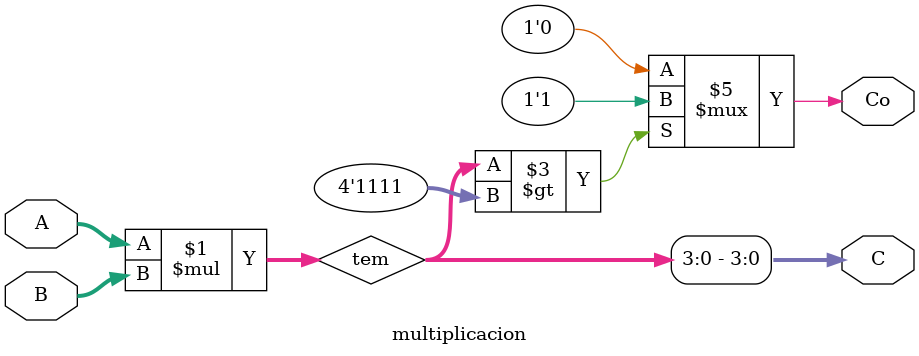
<source format=sv>
module multiplicacion #(parameter N = 4)(A, B, C, Co);

	input logic [N-1:0] A, B;
	output logic [3:0] C;
	logic [(2*N)-1:0]tem;
	output logic Co;

	assign tem = A * B;

	assign C = tem[3:0];
	
	always_comb begin
		if(tem > 4'b1111) 
		begin
			Co<=1'b1;
		end
			
		else
			Co<=1'b0;
	end
			
endmodule


</source>
